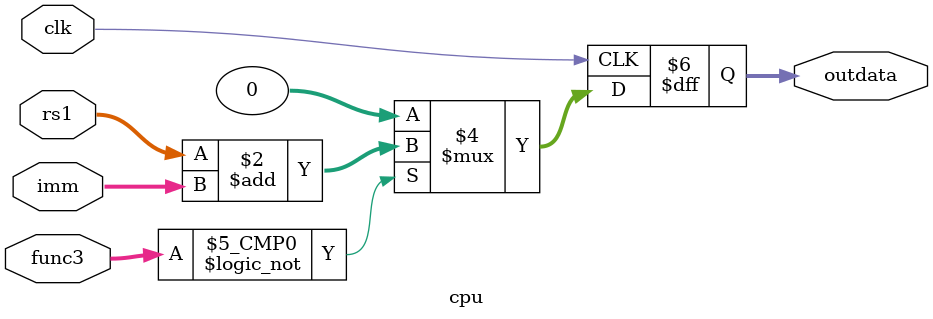
<source format=v>
module cpu(
	input [31:0]imm,
	input [31:0]rs1,
	input [2:0]func3,
	input clk,
//	output reg wen,
	output reg [31:0]outdata
);
	
	always @(posedge clk)begin
		case(func3) 
			3'b000:begin
				outdata <= rs1 + imm;//加法
				//wen <= 1'b1;
				end			
			default:begin
				outdata <= 32'b0;
		end
		endcase
	end

endmodule




</source>
